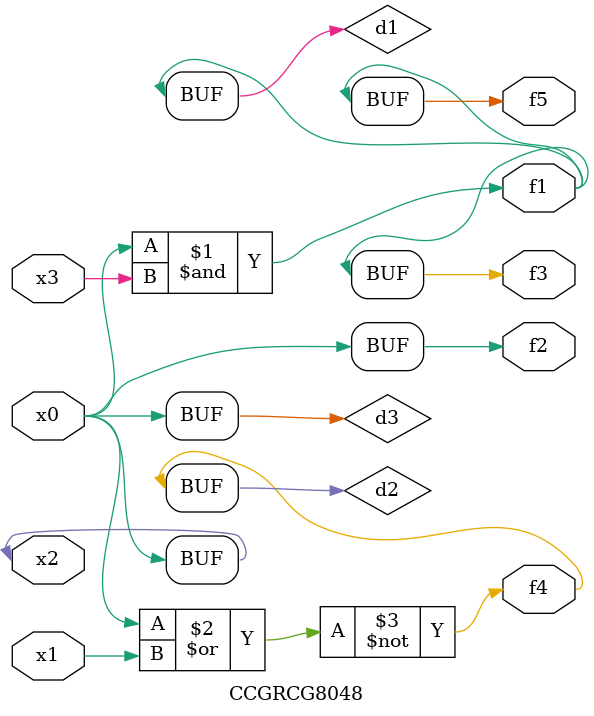
<source format=v>
module CCGRCG8048(
	input x0, x1, x2, x3,
	output f1, f2, f3, f4, f5
);

	wire d1, d2, d3;

	and (d1, x2, x3);
	nor (d2, x0, x1);
	buf (d3, x0, x2);
	assign f1 = d1;
	assign f2 = d3;
	assign f3 = d1;
	assign f4 = d2;
	assign f5 = d1;
endmodule

</source>
